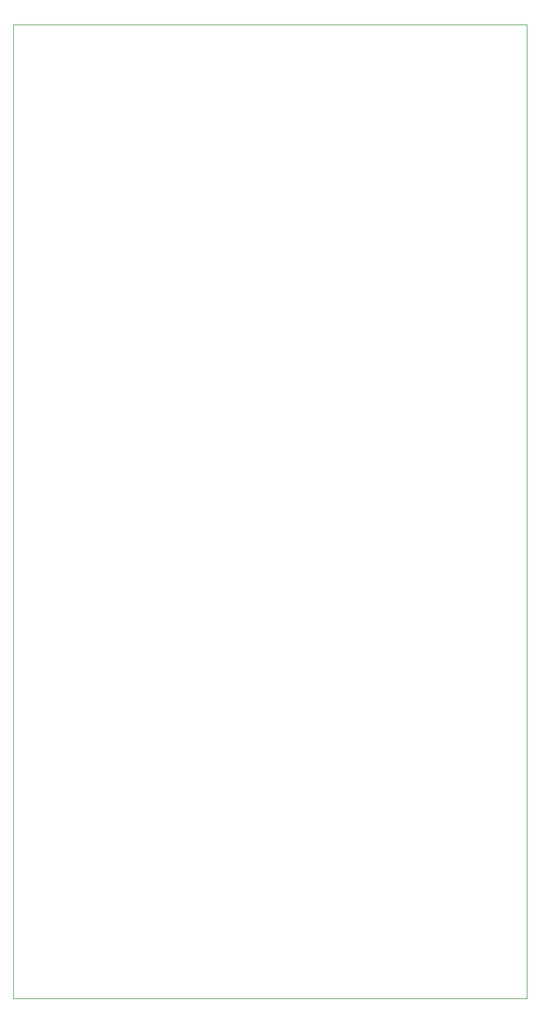
<source format=gbr>
%TF.GenerationSoftware,KiCad,Pcbnew,9.0.6*%
%TF.CreationDate,2026-01-21T23:00:28+11:00*%
%TF.ProjectId,cv-mixer,63762d6d-6978-4657-922e-6b696361645f,rev?*%
%TF.SameCoordinates,Original*%
%TF.FileFunction,Profile,NP*%
%FSLAX46Y46*%
G04 Gerber Fmt 4.6, Leading zero omitted, Abs format (unit mm)*
G04 Created by KiCad (PCBNEW 9.0.6) date 2026-01-21 23:00:28*
%MOMM*%
%LPD*%
G01*
G04 APERTURE LIST*
%TA.AperFunction,Profile*%
%ADD10C,0.050000*%
%TD*%
G04 APERTURE END LIST*
D10*
X31000000Y-13500000D02*
X103500000Y-13500000D01*
X103500000Y-151000000D01*
X31000000Y-151000000D01*
X31000000Y-13500000D01*
M02*

</source>
